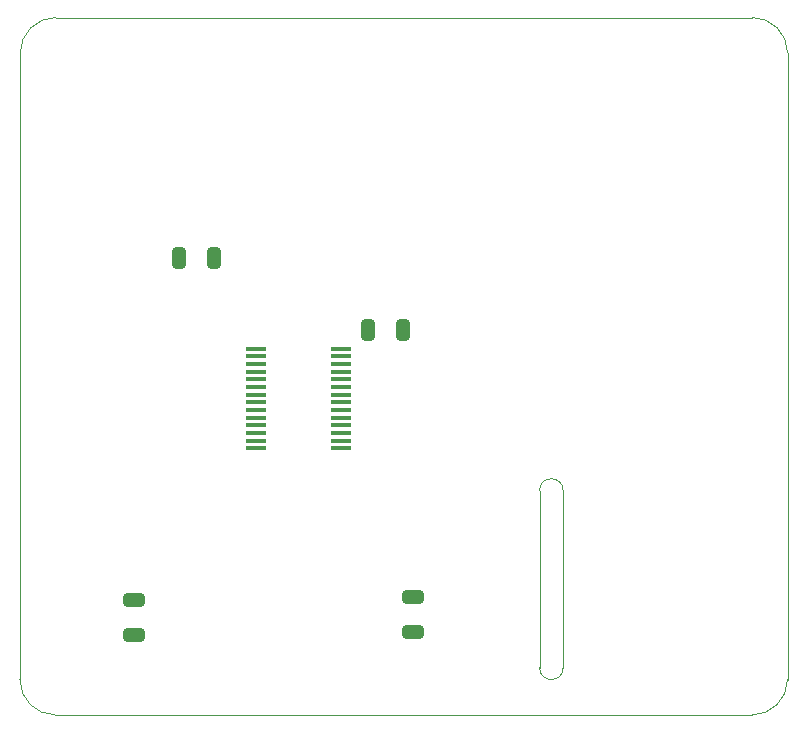
<source format=gtp>
G04 #@! TF.GenerationSoftware,KiCad,Pcbnew,(6.0.0)*
G04 #@! TF.CreationDate,2022-05-07T20:36:52+02:00*
G04 #@! TF.ProjectId,RPi_Hat,5250695f-4861-4742-9e6b-696361645f70,rev?*
G04 #@! TF.SameCoordinates,Original*
G04 #@! TF.FileFunction,Paste,Top*
G04 #@! TF.FilePolarity,Positive*
%FSLAX46Y46*%
G04 Gerber Fmt 4.6, Leading zero omitted, Abs format (unit mm)*
G04 Created by KiCad (PCBNEW (6.0.0)) date 2022-05-07 20:36:52*
%MOMM*%
%LPD*%
G01*
G04 APERTURE LIST*
G04 Aperture macros list*
%AMRoundRect*
0 Rectangle with rounded corners*
0 $1 Rounding radius*
0 $2 $3 $4 $5 $6 $7 $8 $9 X,Y pos of 4 corners*
0 Add a 4 corners polygon primitive as box body*
4,1,4,$2,$3,$4,$5,$6,$7,$8,$9,$2,$3,0*
0 Add four circle primitives for the rounded corners*
1,1,$1+$1,$2,$3*
1,1,$1+$1,$4,$5*
1,1,$1+$1,$6,$7*
1,1,$1+$1,$8,$9*
0 Add four rect primitives between the rounded corners*
20,1,$1+$1,$2,$3,$4,$5,0*
20,1,$1+$1,$4,$5,$6,$7,0*
20,1,$1+$1,$6,$7,$8,$9,0*
20,1,$1+$1,$8,$9,$2,$3,0*%
G04 Aperture macros list end*
G04 #@! TA.AperFunction,Profile*
%ADD10C,0.100000*%
G04 #@! TD*
%ADD11RoundRect,0.250000X-0.650000X0.325000X-0.650000X-0.325000X0.650000X-0.325000X0.650000X0.325000X0*%
%ADD12RoundRect,0.250000X-0.325000X-0.650000X0.325000X-0.650000X0.325000X0.650000X-0.325000X0.650000X0*%
%ADD13R,1.750000X0.450000*%
G04 APERTURE END LIST*
D10*
X125222000Y-38052000D02*
G75*
G03*
X122222000Y-35052000I-3000001J-1D01*
G01*
X63246000Y-35052000D02*
G75*
G03*
X60246000Y-38052000I1J-3000001D01*
G01*
X60210000Y-91100000D02*
G75*
G03*
X63210000Y-94100000I3000001J1D01*
G01*
X122210000Y-94100000D02*
G75*
G03*
X125210000Y-91100000I-1J3000001D01*
G01*
X106210000Y-75100000D02*
X106210000Y-90100000D01*
X104210000Y-90100000D02*
G75*
G03*
X106210000Y-90100000I1000000J0D01*
G01*
X60210000Y-56600000D02*
X60210000Y-75600000D01*
X125210000Y-40600000D02*
X125210000Y-91100000D01*
X125222000Y-38052000D02*
X125210000Y-40600000D01*
X63246000Y-35052000D02*
X122222000Y-35052000D01*
X60246000Y-38052000D02*
X60210000Y-56600000D01*
X104210000Y-75100000D02*
X104210000Y-90100000D01*
X106210000Y-75100000D02*
G75*
G03*
X104210000Y-75100000I-1000000J0D01*
G01*
X60210000Y-75600000D02*
X60210000Y-91100000D01*
X63210000Y-94100000D02*
X122210000Y-94100000D01*
D11*
X93472000Y-84123000D03*
X93472000Y-87073000D03*
D12*
X73709000Y-55372000D03*
X76659000Y-55372000D03*
D13*
X80220000Y-63085000D03*
X80220000Y-63735000D03*
X80220000Y-64385000D03*
X80220000Y-65035000D03*
X80220000Y-65685000D03*
X80220000Y-66335000D03*
X80220000Y-66985000D03*
X80220000Y-67635000D03*
X80220000Y-68285000D03*
X80220000Y-68935000D03*
X80220000Y-69585000D03*
X80220000Y-70235000D03*
X80220000Y-70885000D03*
X80220000Y-71535000D03*
X87420000Y-71535000D03*
X87420000Y-70885000D03*
X87420000Y-70235000D03*
X87420000Y-69585000D03*
X87420000Y-68935000D03*
X87420000Y-68285000D03*
X87420000Y-67635000D03*
X87420000Y-66985000D03*
X87420000Y-66335000D03*
X87420000Y-65685000D03*
X87420000Y-65035000D03*
X87420000Y-64385000D03*
X87420000Y-63735000D03*
X87420000Y-63085000D03*
D11*
X69850000Y-84377000D03*
X69850000Y-87327000D03*
D12*
X89711000Y-61468000D03*
X92661000Y-61468000D03*
M02*

</source>
